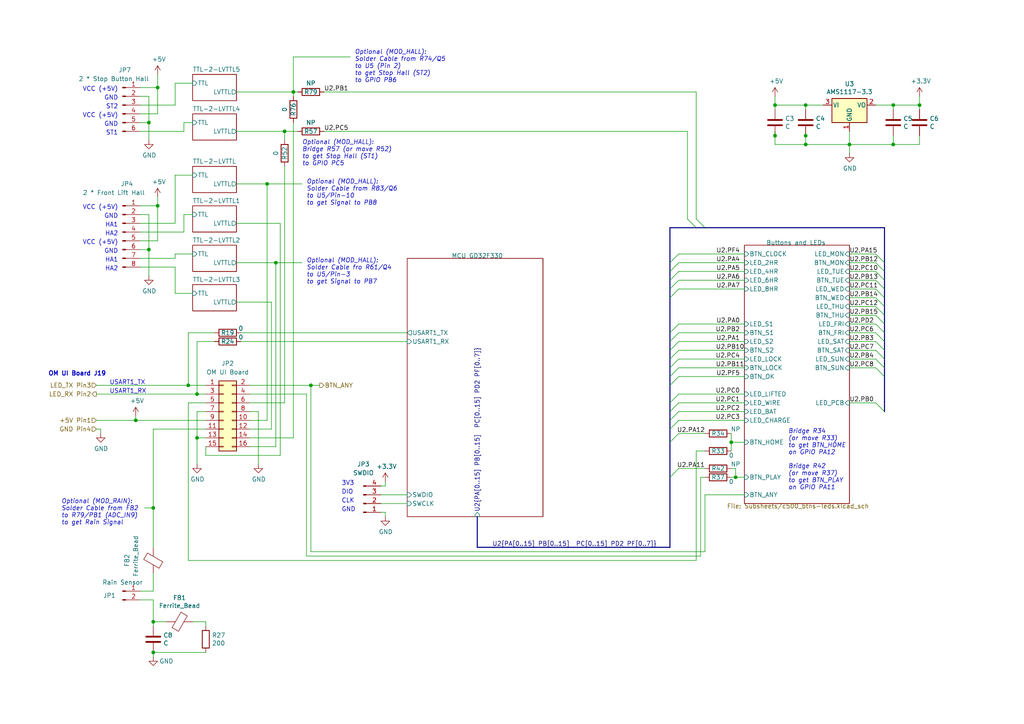
<source format=kicad_sch>
(kicad_sch (version 20211123) (generator eeschema)
  (paper "A4")
  (title_block (title "YardForce Classic 500B CoverUI") (date "2023-08-12") (rev "0.1") (comment 1 "(c) Apehaenger") (comment 2 "For https://openmower.de") (comment 3 "RM-ECOW-V1.3.1 20210809 with GD32F330R8Tx"))
  (lib_symbols
    (symbol "Connector:Conn_01x02_Male" (pin_names (offset 1.016) hide)
      (property "Reference" "J" (at 0 2.54 0))
      (property "Value" "Conn_01x02_Male" (at 0 -5.08 0))
      (symbol "Conn_01x02_Male_1_1"
        (polyline (pts (xy 1.27 -2.54) (xy 0.8636 -2.54)) (stroke (width 0.1524)))
        (polyline (pts (xy 1.27 0) (xy 0.8636 0)) (stroke (width 0.1524)))
        (rectangle (start 0.8636 -2.413) (end 0 -2.667) (stroke (width 0.1524)) (fill (type outline)))
        (rectangle (start 0.8636 0.127) (end 0 -0.127) (stroke (width 0.1524)) (fill (type outline)))
        (pin passive line (at 5.08 0 180) (length 3.81) (name "Pin_1") (number "1"))
        (pin passive line (at 5.08 -2.54 180) (length 3.81) (name "Pin_2") (number "2"))
      )
    )
    (symbol "Connector:Conn_01x04_Male" (pin_names (offset 1.016) hide)
      (property "Reference" "J" (at 0 5.08 0))
      (property "Value" "Conn_01x04_Male" (at 0 -7.62 0))
      (symbol "Conn_01x04_Male_1_1"
        (polyline (pts (xy 1.27 -5.08) (xy 0.8636 -5.08)) (stroke (width 0.1524)))
        (polyline (pts (xy 1.27 -2.54) (xy 0.8636 -2.54)) (stroke (width 0.1524)))
        (polyline (pts (xy 1.27 0) (xy 0.8636 0)) (stroke (width 0.1524)))
        (polyline (pts (xy 1.27 2.54) (xy 0.8636 2.54)) (stroke (width 0.1524)))
        (rectangle (start 0.8636 -4.953) (end 0 -5.207) (stroke (width 0.1524)) (fill (type outline)))
        (rectangle (start 0.8636 -2.413) (end 0 -2.667) (stroke (width 0.1524)) (fill (type outline)))
        (rectangle (start 0.8636 0.127) (end 0 -0.127) (stroke (width 0.1524)) (fill (type outline)))
        (rectangle (start 0.8636 2.667) (end 0 2.413) (stroke (width 0.1524)) (fill (type outline)))
        (pin passive line (at 5.08 2.54 180) (length 3.81) (name "Pin_1") (number "1"))
        (pin passive line (at 5.08 0 180) (length 3.81) (name "Pin_2") (number "2"))
        (pin passive line (at 5.08 -2.54 180) (length 3.81) (name "Pin_3") (number "3"))
        (pin passive line (at 5.08 -5.08 180) (length 3.81) (name "Pin_4") (number "4"))
      )
    )
    (symbol "Connector:Conn_01x06_Male" (pin_names (offset 1.016) hide)
      (property "Reference" "J" (at 0 7.62 0))
      (property "Value" "Conn_01x06_Male" (at 0 -10.16 0))
      (symbol "Conn_01x06_Male_1_1"
        (polyline (pts (xy 1.27 -7.62) (xy 0.8636 -7.62)) (stroke (width 0.1524)))
        (polyline (pts (xy 1.27 -5.08) (xy 0.8636 -5.08)) (stroke (width 0.1524)))
        (polyline (pts (xy 1.27 -2.54) (xy 0.8636 -2.54)) (stroke (width 0.1524)))
        (polyline (pts (xy 1.27 0) (xy 0.8636 0)) (stroke (width 0.1524)))
        (polyline (pts (xy 1.27 2.54) (xy 0.8636 2.54)) (stroke (width 0.1524)))
        (polyline (pts (xy 1.27 5.08) (xy 0.8636 5.08)) (stroke (width 0.1524)))
        (rectangle (start 0.8636 -7.493) (end 0 -7.747) (stroke (width 0.1524)) (fill (type outline)))
        (rectangle (start 0.8636 -4.953) (end 0 -5.207) (stroke (width 0.1524)) (fill (type outline)))
        (rectangle (start 0.8636 -2.413) (end 0 -2.667) (stroke (width 0.1524)) (fill (type outline)))
        (rectangle (start 0.8636 0.127) (end 0 -0.127) (stroke (width 0.1524)) (fill (type outline)))
        (rectangle (start 0.8636 2.667) (end 0 2.413) (stroke (width 0.1524)) (fill (type outline)))
        (rectangle (start 0.8636 5.207) (end 0 4.953) (stroke (width 0.1524)) (fill (type outline)))
        (pin passive line (at 5.08 5.08 180) (length 3.81) (name "Pin_1") (number "1"))
        (pin passive line (at 5.08 2.54 180) (length 3.81) (name "Pin_2") (number "2"))
        (pin passive line (at 5.08 0 180) (length 3.81) (name "Pin_3") (number "3"))
        (pin passive line (at 5.08 -2.54 180) (length 3.81) (name "Pin_4") (number "4"))
        (pin passive line (at 5.08 -5.08 180) (length 3.81) (name "Pin_5") (number "5"))
        (pin passive line (at 5.08 -7.62 180) (length 3.81) (name "Pin_6") (number "6"))
      )
    )
    (symbol "Connector:Conn_01x08_Male" (pin_names (offset 1.016) hide)
      (property "Reference" "J" (at 0 10.16 0))
      (property "Value" "Conn_01x08_Male" (at 0 -12.7 0))
      (symbol "Conn_01x08_Male_1_1"
        (polyline (pts (xy 1.27 -10.16) (xy 0.8636 -10.16)) (stroke (width 0.1524)))
        (polyline (pts (xy 1.27 -7.62) (xy 0.8636 -7.62)) (stroke (width 0.1524)))
        (polyline (pts (xy 1.27 -5.08) (xy 0.8636 -5.08)) (stroke (width 0.1524)))
        (polyline (pts (xy 1.27 -2.54) (xy 0.8636 -2.54)) (stroke (width 0.1524)))
        (polyline (pts (xy 1.27 0) (xy 0.8636 0)) (stroke (width 0.1524)))
        (polyline (pts (xy 1.27 2.54) (xy 0.8636 2.54)) (stroke (width 0.1524)))
        (polyline (pts (xy 1.27 5.08) (xy 0.8636 5.08)) (stroke (width 0.1524)))
        (polyline (pts (xy 1.27 7.62) (xy 0.8636 7.62)) (stroke (width 0.1524)))
        (rectangle (start 0.8636 -10.033) (end 0 -10.287) (stroke (width 0.1524)) (fill (type outline)))
        (rectangle (start 0.8636 -7.493) (end 0 -7.747) (stroke (width 0.1524)) (fill (type outline)))
        (rectangle (start 0.8636 -4.953) (end 0 -5.207) (stroke (width 0.1524)) (fill (type outline)))
        (rectangle (start 0.8636 -2.413) (end 0 -2.667) (stroke (width 0.1524)) (fill (type outline)))
        (rectangle (start 0.8636 0.127) (end 0 -0.127) (stroke (width 0.1524)) (fill (type outline)))
        (rectangle (start 0.8636 2.667) (end 0 2.413) (stroke (width 0.1524)) (fill (type outline)))
        (rectangle (start 0.8636 5.207) (end 0 4.953) (stroke (width 0.1524)) (fill (type outline)))
        (rectangle (start 0.8636 7.747) (end 0 7.493) (stroke (width 0.1524)) (fill (type outline)))
        (pin passive line (at 5.08 7.62 180) (length 3.81) (name "Pin_1") (number "1"))
        (pin passive line (at 5.08 5.08 180) (length 3.81) (name "Pin_2") (number "2"))
        (pin passive line (at 5.08 2.54 180) (length 3.81) (name "Pin_3") (number "3"))
        (pin passive line (at 5.08 0 180) (length 3.81) (name "Pin_4") (number "4"))
        (pin passive line (at 5.08 -2.54 180) (length 3.81) (name "Pin_5") (number "5"))
        (pin passive line (at 5.08 -5.08 180) (length 3.81) (name "Pin_6") (number "6"))
        (pin passive line (at 5.08 -7.62 180) (length 3.81) (name "Pin_7") (number "7"))
        (pin passive line (at 5.08 -10.16 180) (length 3.81) (name "Pin_8") (number "8"))
      )
    )
    (symbol "Connector_Generic:Conn_02x08_Odd_Even" (pin_names (offset 1.016) hide)
      (property "Reference" "J" (at 1.27 10.16 0))
      (property "Value" "Conn_02x08_Odd_Even" (at 1.27 -12.7 0))
      (symbol "Conn_02x08_Odd_Even_1_1"
        (rectangle (start -1.27 -10.033) (end 0 -10.287) (stroke (width 0.1524)))
        (rectangle (start -1.27 -7.493) (end 0 -7.747) (stroke (width 0.1524)))
        (rectangle (start -1.27 -4.953) (end 0 -5.207) (stroke (width 0.1524)))
        (rectangle (start -1.27 -2.413) (end 0 -2.667) (stroke (width 0.1524)))
        (rectangle (start -1.27 0.127) (end 0 -0.127) (stroke (width 0.1524)))
        (rectangle (start -1.27 2.667) (end 0 2.413) (stroke (width 0.1524)))
        (rectangle (start -1.27 5.207) (end 0 4.953) (stroke (width 0.1524)))
        (rectangle (start -1.27 7.747) (end 0 7.493) (stroke (width 0.1524)))
        (rectangle (start -1.27 8.89) (end 3.81 -11.43) (stroke (width 0.254)) (fill (type background)))
        (rectangle (start 3.81 -10.033) (end 2.54 -10.287) (stroke (width 0.1524)))
        (rectangle (start 3.81 -7.493) (end 2.54 -7.747) (stroke (width 0.1524)))
        (rectangle (start 3.81 -4.953) (end 2.54 -5.207) (stroke (width 0.1524)))
        (rectangle (start 3.81 -2.413) (end 2.54 -2.667) (stroke (width 0.1524)))
        (rectangle (start 3.81 0.127) (end 2.54 -0.127) (stroke (width 0.1524)))
        (rectangle (start 3.81 2.667) (end 2.54 2.413) (stroke (width 0.1524)))
        (rectangle (start 3.81 5.207) (end 2.54 4.953) (stroke (width 0.1524)))
        (rectangle (start 3.81 7.747) (end 2.54 7.493) (stroke (width 0.1524)))
        (pin passive line (at -5.08 7.62 0) (length 3.81) (name "Pin_1") (number "1"))
        (pin passive line (at 7.62 -2.54 180) (length 3.81) (name "Pin_10") (number "10"))
        (pin passive line (at -5.08 -5.08 0) (length 3.81) (name "Pin_11") (number "11"))
        (pin passive line (at 7.62 -5.08 180) (length 3.81) (name "Pin_12") (number "12"))
        (pin passive line (at -5.08 -7.62 0) (length 3.81) (name "Pin_13") (number "13"))
        (pin passive line (at 7.62 -7.62 180) (length 3.81) (name "Pin_14") (number "14"))
        (pin passive line (at -5.08 -10.16 0) (length 3.81) (name "Pin_15") (number "15"))
        (pin passive line (at 7.62 -10.16 180) (length 3.81) (name "Pin_16") (number "16"))
        (pin passive line (at 7.62 7.62 180) (length 3.81) (name "Pin_2") (number "2"))
        (pin passive line (at -5.08 5.08 0) (length 3.81) (name "Pin_3") (number "3"))
        (pin passive line (at 7.62 5.08 180) (length 3.81) (name "Pin_4") (number "4"))
        (pin passive line (at -5.08 2.54 0) (length 3.81) (name "Pin_5") (number "5"))
        (pin passive line (at 7.62 2.54 180) (length 3.81) (name "Pin_6") (number "6"))
        (pin passive line (at -5.08 0 0) (length 3.81) (name "Pin_7") (number "7"))
        (pin passive line (at 7.62 0 180) (length 3.81) (name "Pin_8") (number "8"))
        (pin passive line (at -5.08 -2.54 0) (length 3.81) (name "Pin_9") (number "9"))
      )
    )
    (symbol "Device:C" (pin_numbers hide) (pin_names (offset 0.254))
      (property "Reference" "C" (at 0.635 2.54 0))
      (property "Value" "C" (at 0.635 -2.54 0))
      (symbol "C_0_1"
        (polyline (pts (xy -2.032 -0.762) (xy 2.032 -0.762)) (stroke (width 0.508)))
        (polyline (pts (xy -2.032 0.762) (xy 2.032 0.762)) (stroke (width 0.508)))
      )
      (symbol "C_1_1"
        (pin passive line (at 0 3.81 270) (length 2.794) (name "~") (number "1"))
        (pin passive line (at 0 -3.81 90) (length 2.794) (name "~") (number "2"))
      )
    )
    (symbol "Device:Ferrite_Bead" (pin_numbers hide) (pin_names (offset 0))
      (property "Reference" "FB" (at -3.81 0.635 90))
      (property "Value" "Device_Ferrite_Bead" (at 3.81 0 90))
      (symbol "Ferrite_Bead_0_1"
        (polyline (pts (xy 0 -1.27) (xy 0 -1.2192)))
        (polyline (pts (xy 0 1.27) (xy 0 1.2954)))
        (polyline (pts (xy -2.7686 0.4064) (xy -1.7018 2.2606) (xy 2.7686 -0.3048) (xy 1.6764 -2.159) (xy -2.7686 0.4064)))
      )
      (symbol "Ferrite_Bead_1_1"
        (pin passive line (at 0 3.81 270) (length 2.54) (name "~") (number "1"))
        (pin passive line (at 0 -3.81 90) (length 2.54) (name "~") (number "2"))
      )
    )
    (symbol "Device:R" (pin_numbers hide) (pin_names (offset 0))
      (property "Reference" "R" (at 2.032 0 90))
      (property "Value" "R" (at 0 0 90))
      (symbol "R_0_1"
        (rectangle (start -1.016 -2.54) (end 1.016 2.54) (stroke (width 0.254)))
      )
      (symbol "R_1_1"
        (pin passive line (at 0 3.81 270) (length 1.27) (name "~") (number "1"))
        (pin passive line (at 0 -3.81 90) (length 1.27) (name "~") (number "2"))
      )
    )
    (symbol "Regulator_Linear:AMS1117-3.3" (pin_names (offset 0.254))
      (property "Reference" "U" (at -3.81 3.175 0))
      (property "Value" "AMS1117-3.3" (at 0 3.175 0))
      (symbol "AMS1117-3.3_0_1"
        (rectangle (start -5.08 -5.08) (end 5.08 1.905) (stroke (width 0.254)) (fill (type background)))
      )
      (symbol "AMS1117-3.3_1_1"
        (pin power_in line (at 0 -7.62 90) (length 2.54) (name "GND") (number "1"))
        (pin power_out line (at 7.62 0 180) (length 2.54) (name "VO") (number "2"))
        (pin power_in line (at -7.62 0 0) (length 2.54) (name "VI") (number "3"))
      )
    )
    (symbol "power:+3.3V" (power) (pin_names (offset 0))
      (property "Value" "+3.3V" (at 0 3.556 0))
      (symbol "+3.3V_0_1"
        (polyline (pts (xy -0.762 1.27) (xy 0 2.54)))
        (polyline (pts (xy 0 0) (xy 0 2.54)))
        (polyline (pts (xy 0 2.54) (xy 0.762 1.27)))
      )
      (symbol "+3.3V_1_1"
        (pin power_in line (at 0 0 90) (length 0) hide (name "+3.3V") (number "1"))
      )
    )
    (symbol "power:+5V" (power) (pin_names (offset 0))
      (property "Value" "+5V" (at 0 3.556 0))
      (symbol "+5V_0_1"
        (polyline (pts (xy -0.762 1.27) (xy 0 2.54)))
        (polyline (pts (xy 0 0) (xy 0 2.54)))
        (polyline (pts (xy 0 2.54) (xy 0.762 1.27)))
      )
      (symbol "+5V_1_1"
        (pin power_in line (at 0 0 90) (length 0) hide (name "+5V") (number "1"))
      )
    )
    (symbol "power:GND" (power) (pin_names (offset 0))
      (property "Value" "GND" (at 0 -3.81 0))
      (symbol "GND_0_1"
        (polyline (pts (xy 0 0) (xy 0 -1.27) (xy 1.27 -1.27) (xy 0 -2.54) (xy -1.27 -1.27) (xy 0 -1.27)))
      )
      (symbol "GND_1_1"
        (pin power_in line (at 0 0 270) (length 0) hide (name "GND") (number "1"))
      )
    )
  )
  (junction (at 224.79 39.37))
  (junction (at 45.72 25.4))
  (junction (at 57.15 114.3))
  (junction (at 57.15 127))
  (junction (at 77.47 53.34))
  (junction (at 80.01 76.2))
  (junction (at 246.38 41.91))
  (junction (at 233.68 41.91))
  (junction (at 85.09 26.67))
  (junction (at 39.37 121.92))
  (junction (at 82.55 38.1))
  (junction (at 259.08 41.91))
  (junction (at 259.08 30.48))
  (junction (at 233.68 30.48))
  (junction (at 90.17 111.76))
  (junction (at 44.45 189.23))
  (junction (at 54.61 111.76))
  (junction (at 266.7 30.48))
  (junction (at 212.09 128.27))
  (junction (at 43.18 35.56))
  (junction (at 45.72 59.69))
  (junction (at 233.68 39.37))
  (junction (at 44.45 147.32))
  (junction (at 213.36 138.43))
  (junction (at 43.18 72.39))
  (junction (at 224.79 30.48))
  (junction (at 44.45 180.34))
  (bus_entry (at 194.31 106.68) (size 2.54 -2.54))
  (bus_entry (at 194.31 109.22) (size 2.54 -2.54))
  (bus_entry (at 194.31 116.84) (size 2.54 -2.54))
  (bus_entry (at 194.31 83.82) (size 2.54 -2.54))
  (bus_entry (at 256.54 99.06) (size -2.54 -2.54))
  (bus_entry (at 194.31 99.06) (size 2.54 -2.54))
  (bus_entry (at 194.31 76.2) (size 2.54 -2.54))
  (bus_entry (at 256.54 119.38) (size -2.54 -2.54))
  (bus_entry (at 256.54 83.82) (size -2.54 -2.54))
  (bus_entry (at 256.54 96.52) (size -2.54 -2.54))
  (bus_entry (at 194.31 121.92) (size 2.54 -2.54))
  (bus_entry (at 256.54 88.9) (size -2.54 -2.54))
  (bus_entry (at 194.31 128.27) (size 2.54 -2.54))
  (bus_entry (at 194.31 111.76) (size 2.54 -2.54))
  (bus_entry (at 194.31 101.6) (size 2.54 -2.54))
  (bus_entry (at 256.54 78.74) (size -2.54 -2.54))
  (bus_entry (at 199.39 63.5) (size 2.54 2.54))
  (bus_entry (at 194.31 96.52) (size 2.54 -2.54))
  (bus_entry (at 194.31 104.14) (size 2.54 -2.54))
  (bus_entry (at 256.54 106.68) (size -2.54 -2.54))
  (bus_entry (at 256.54 101.6) (size -2.54 -2.54))
  (bus_entry (at 194.31 78.74) (size 2.54 -2.54))
  (bus_entry (at 204.47 66.04) (size -2.54 -2.54))
  (bus_entry (at 256.54 93.98) (size -2.54 -2.54))
  (bus_entry (at 256.54 86.36) (size -2.54 -2.54))
  (bus_entry (at 194.31 86.36) (size 2.54 -2.54))
  (bus_entry (at 256.54 81.28) (size -2.54 -2.54))
  (bus_entry (at 194.31 138.43) (size 2.54 -2.54))
  (bus_entry (at 194.31 119.38) (size 2.54 -2.54))
  (bus_entry (at 256.54 76.2) (size -2.54 -2.54))
  (bus_entry (at 256.54 109.22) (size -2.54 -2.54))
  (bus_entry (at 256.54 104.14) (size -2.54 -2.54))
  (bus_entry (at 194.31 81.28) (size 2.54 -2.54))
  (bus_entry (at 194.31 124.46) (size 2.54 -2.54))
  (bus_entry (at 256.54 91.44) (size -2.54 -2.54))
  (bus (pts (xy 194.31 81.28) (xy 194.31 78.74)))
  (wire (pts (xy 266.7 30.48) (xy 266.7 31.75)))
  (wire (pts (xy 90.17 111.76) (xy 90.17 160.02)))
  (bus (pts (xy 194.31 66.04) (xy 201.93 66.04)))
  (wire (pts (xy 57.15 114.3) (xy 59.69 114.3)))
  (wire (pts (xy 224.79 30.48) (xy 224.79 31.75)))
  (bus (pts (xy 194.31 86.36) (xy 194.31 83.82)))
  (wire (pts (xy 68.58 38.1) (xy 82.55 38.1)))
  (wire (pts (xy 196.85 96.52) (xy 215.9 96.52)))
  (wire (pts (xy 69.85 96.52) (xy 118.11 96.52)))
  (wire (pts (xy 196.85 83.82) (xy 215.9 83.82)))
  (wire (pts (xy 201.93 162.56) (xy 201.93 130.81)))
  (wire (pts (xy 44.45 147.32) (xy 44.45 158.75)))
  (wire (pts (xy 246.38 96.52) (xy 254 96.52)))
  (wire (pts (xy 212.09 128.27) (xy 212.09 130.81)))
  (wire (pts (xy 213.36 138.43) (xy 215.9 138.43)))
  (wire (pts (xy 246.38 91.44) (xy 254 91.44)))
  (wire (pts (xy 41.91 147.32) (xy 44.45 147.32)))
  (wire (pts (xy 233.68 39.37) (xy 233.68 41.91)))
  (wire (pts (xy 40.64 59.69) (xy 45.72 59.69)))
  (wire (pts (xy 40.64 173.99) (xy 44.45 173.99)))
  (wire (pts (xy 68.58 76.2) (xy 80.01 76.2)))
  (wire (pts (xy 93.98 38.1) (xy 199.39 38.1)))
  (wire (pts (xy 82.55 38.1) (xy 82.55 40.64)))
  (wire (pts (xy 233.68 30.48) (xy 238.76 30.48)))
  (wire (pts (xy 86.36 38.1) (xy 82.55 38.1)))
  (bus (pts (xy 256.54 106.68) (xy 256.54 109.22)))
  (wire (pts (xy 50.8 24.13) (xy 55.88 24.13)))
  (wire (pts (xy 72.39 114.3) (xy 88.9 114.3)))
  (wire (pts (xy 85.09 35.56) (xy 85.09 127)))
  (wire (pts (xy 110.49 148.59) (xy 111.76 148.59)))
  (wire (pts (xy 259.08 30.48) (xy 266.7 30.48)))
  (wire (pts (xy 85.09 26.67) (xy 85.09 27.94)))
  (wire (pts (xy 246.38 88.9) (xy 254 88.9)))
  (wire (pts (xy 68.58 53.34) (xy 77.47 53.34)))
  (wire (pts (xy 246.38 38.1) (xy 246.38 41.91)))
  (wire (pts (xy 203.2 138.43) (xy 203.2 161.29)))
  (wire (pts (xy 85.09 16.51) (xy 101.6 16.51)))
  (wire (pts (xy 50.8 50.8) (xy 55.88 50.8)))
  (wire (pts (xy 201.93 63.5) (xy 201.93 26.67)))
  (wire (pts (xy 40.64 30.48) (xy 50.8 30.48)))
  (wire (pts (xy 27.94 114.3) (xy 57.15 114.3)))
  (wire (pts (xy 110.49 146.05) (xy 118.11 146.05)))
  (bus (pts (xy 194.31 106.68) (xy 194.31 109.22)))
  (wire (pts (xy 201.93 26.67) (xy 93.98 26.67)))
  (wire (pts (xy 68.58 64.77) (xy 81.28 64.77)))
  (bus (pts (xy 256.54 81.28) (xy 256.54 83.82)))
  (wire (pts (xy 246.38 93.98) (xy 254 93.98)))
  (wire (pts (xy 27.94 111.76) (xy 54.61 111.76)))
  (wire (pts (xy 39.37 121.92) (xy 59.69 121.92)))
  (bus (pts (xy 194.31 121.92) (xy 194.31 124.46)))
  (wire (pts (xy 203.2 138.43) (xy 204.47 138.43)))
  (wire (pts (xy 246.38 106.68) (xy 254 106.68)))
  (wire (pts (xy 50.8 85.09) (xy 55.88 85.09)))
  (wire (pts (xy 50.8 74.93) (xy 50.8 73.66)))
  (wire (pts (xy 45.72 59.69) (xy 45.72 69.85)))
  (wire (pts (xy 224.79 39.37) (xy 224.79 41.91)))
  (wire (pts (xy 196.85 125.73) (xy 204.47 125.73)))
  (wire (pts (xy 29.21 124.46) (xy 29.21 125.73)))
  (wire (pts (xy 50.8 64.77) (xy 50.8 50.8)))
  (wire (pts (xy 266.7 41.91) (xy 266.7 39.37)))
  (bus (pts (xy 194.31 111.76) (xy 194.31 116.84)))
  (wire (pts (xy 212.09 138.43) (xy 213.36 138.43)))
  (wire (pts (xy 233.68 41.91) (xy 246.38 41.91)))
  (bus (pts (xy 194.31 119.38) (xy 194.31 121.92)))
  (wire (pts (xy 90.17 111.76) (xy 92.71 111.76)))
  (wire (pts (xy 43.18 72.39) (xy 40.64 72.39)))
  (wire (pts (xy 68.58 87.63) (xy 78.74 87.63)))
  (wire (pts (xy 54.61 96.52) (xy 54.61 111.76)))
  (bus (pts (xy 256.54 96.52) (xy 256.54 99.06)))
  (bus (pts (xy 256.54 76.2) (xy 256.54 78.74)))
  (wire (pts (xy 74.93 119.38) (xy 74.93 134.62)))
  (wire (pts (xy 77.47 53.34) (xy 77.47 121.92)))
  (wire (pts (xy 59.69 189.23) (xy 44.45 189.23)))
  (wire (pts (xy 110.49 143.51) (xy 118.11 143.51)))
  (wire (pts (xy 196.85 99.06) (xy 215.9 99.06)))
  (wire (pts (xy 196.85 135.89) (xy 204.47 135.89)))
  (bus (pts (xy 194.31 99.06) (xy 194.31 101.6)))
  (bus (pts (xy 256.54 93.98) (xy 256.54 96.52)))
  (wire (pts (xy 44.45 124.46) (xy 59.69 124.46)))
  (wire (pts (xy 224.79 30.48) (xy 233.68 30.48)))
  (wire (pts (xy 196.85 81.28) (xy 215.9 81.28)))
  (wire (pts (xy 196.85 106.68) (xy 215.9 106.68)))
  (wire (pts (xy 44.45 124.46) (xy 44.45 147.32)))
  (wire (pts (xy 110.49 140.97) (xy 111.76 140.97)))
  (wire (pts (xy 196.85 104.14) (xy 215.9 104.14)))
  (wire (pts (xy 246.38 41.91) (xy 259.08 41.91)))
  (wire (pts (xy 43.18 27.94) (xy 43.18 35.56)))
  (wire (pts (xy 246.38 73.66) (xy 254 73.66)))
  (wire (pts (xy 59.69 116.84) (xy 54.61 116.84)))
  (bus (pts (xy 201.93 66.04) (xy 204.47 66.04)))
  (wire (pts (xy 85.09 26.67) (xy 68.58 26.67)))
  (wire (pts (xy 40.64 25.4) (xy 45.72 25.4)))
  (wire (pts (xy 72.39 111.76) (xy 90.17 111.76)))
  (wire (pts (xy 201.93 162.56) (xy 54.61 162.56)))
  (wire (pts (xy 254 30.48) (xy 259.08 30.48)))
  (wire (pts (xy 246.38 83.82) (xy 254 83.82)))
  (wire (pts (xy 62.23 96.52) (xy 54.61 96.52)))
  (wire (pts (xy 259.08 41.91) (xy 266.7 41.91)))
  (bus (pts (xy 194.31 138.43) (xy 194.31 158.75)))
  (wire (pts (xy 82.55 116.84) (xy 72.39 116.84)))
  (wire (pts (xy 40.64 74.93) (xy 50.8 74.93)))
  (bus (pts (xy 256.54 109.22) (xy 256.54 119.38)))
  (wire (pts (xy 72.39 119.38) (xy 74.93 119.38)))
  (wire (pts (xy 90.17 160.02) (xy 204.47 160.02)))
  (bus (pts (xy 194.31 109.22) (xy 194.31 111.76)))
  (wire (pts (xy 59.69 180.34) (xy 55.88 180.34)))
  (wire (pts (xy 59.69 119.38) (xy 57.15 119.38)))
  (wire (pts (xy 233.68 38.1) (xy 233.68 39.37)))
  (wire (pts (xy 196.85 101.6) (xy 215.9 101.6)))
  (wire (pts (xy 80.01 76.2) (xy 87.63 76.2)))
  (wire (pts (xy 85.09 26.67) (xy 85.09 16.51)))
  (wire (pts (xy 246.38 86.36) (xy 254 86.36)))
  (wire (pts (xy 50.8 77.47) (xy 50.8 85.09)))
  (bus (pts (xy 194.31 86.36) (xy 194.31 96.52)))
  (wire (pts (xy 50.8 73.66) (xy 55.88 73.66)))
  (bus (pts (xy 194.31 128.27) (xy 194.31 138.43)))
  (wire (pts (xy 246.38 78.74) (xy 254 78.74)))
  (wire (pts (xy 39.37 120.65) (xy 39.37 121.92)))
  (wire (pts (xy 69.85 99.06) (xy 118.11 99.06)))
  (bus (pts (xy 194.31 124.46) (xy 194.31 128.27)))
  (bus (pts (xy 256.54 83.82) (xy 256.54 86.36)))
  (wire (pts (xy 57.15 127) (xy 59.69 127)))
  (wire (pts (xy 213.36 135.89) (xy 213.36 138.43)))
  (wire (pts (xy 204.47 143.51) (xy 215.9 143.51)))
  (wire (pts (xy 44.45 173.99) (xy 44.45 180.34)))
  (wire (pts (xy 77.47 121.92) (xy 72.39 121.92)))
  (wire (pts (xy 45.72 25.4) (xy 45.72 33.02)))
  (wire (pts (xy 224.79 30.48) (xy 224.79 27.94)))
  (bus (pts (xy 194.31 101.6) (xy 194.31 104.14)))
  (wire (pts (xy 246.38 101.6) (xy 254 101.6)))
  (wire (pts (xy 53.34 67.31) (xy 53.34 62.23)))
  (wire (pts (xy 199.39 63.5) (xy 199.39 38.1)))
  (wire (pts (xy 80.01 76.2) (xy 80.01 129.54)))
  (wire (pts (xy 246.38 76.2) (xy 254 76.2)))
  (wire (pts (xy 43.18 72.39) (xy 43.18 80.01)))
  (wire (pts (xy 246.38 104.14) (xy 254 104.14)))
  (wire (pts (xy 45.72 69.85) (xy 40.64 69.85)))
  (wire (pts (xy 196.85 73.66) (xy 215.9 73.66)))
  (wire (pts (xy 203.2 161.29) (xy 88.9 161.29)))
  (wire (pts (xy 246.38 41.91) (xy 246.38 44.45)))
  (wire (pts (xy 196.85 119.38) (xy 215.9 119.38)))
  (wire (pts (xy 40.64 171.45) (xy 44.45 171.45)))
  (wire (pts (xy 224.79 41.91) (xy 233.68 41.91)))
  (wire (pts (xy 53.34 35.56) (xy 55.88 35.56)))
  (wire (pts (xy 196.85 76.2) (xy 215.9 76.2)))
  (bus (pts (xy 256.54 88.9) (xy 256.54 91.44)))
  (wire (pts (xy 40.64 38.1) (xy 53.34 38.1)))
  (wire (pts (xy 59.69 181.61) (xy 59.69 180.34)))
  (bus (pts (xy 194.31 96.52) (xy 194.31 99.06)))
  (wire (pts (xy 213.36 135.89) (xy 212.09 135.89)))
  (wire (pts (xy 45.72 57.15) (xy 45.72 59.69)))
  (wire (pts (xy 40.64 62.23) (xy 43.18 62.23)))
  (wire (pts (xy 53.34 38.1) (xy 53.34 35.56)))
  (wire (pts (xy 59.69 132.08) (xy 59.69 129.54)))
  (wire (pts (xy 27.94 124.46) (xy 29.21 124.46)))
  (wire (pts (xy 44.45 189.23) (xy 44.45 190.5)))
  (wire (pts (xy 54.61 116.84) (xy 54.61 162.56)))
  (wire (pts (xy 44.45 181.61) (xy 44.45 180.34)))
  (wire (pts (xy 43.18 62.23) (xy 43.18 72.39)))
  (wire (pts (xy 77.47 53.34) (xy 87.63 53.34)))
  (bus (pts (xy 204.47 66.04) (xy 256.54 66.04)))
  (bus (pts (xy 138.43 158.75) (xy 138.43 149.86)))
  (bus (pts (xy 194.31 78.74) (xy 194.31 76.2)))
  (wire (pts (xy 246.38 116.84) (xy 254 116.84)))
  (wire (pts (xy 196.85 93.98) (xy 215.9 93.98)))
  (wire (pts (xy 85.09 26.67) (xy 86.36 26.67)))
  (wire (pts (xy 40.64 64.77) (xy 50.8 64.77)))
  (wire (pts (xy 80.01 129.54) (xy 72.39 129.54)))
  (wire (pts (xy 196.85 114.3) (xy 215.9 114.3)))
  (bus (pts (xy 194.31 76.2) (xy 194.31 66.04)))
  (wire (pts (xy 196.85 109.22) (xy 215.9 109.22)))
  (wire (pts (xy 44.45 166.37) (xy 44.45 171.45)))
  (bus (pts (xy 256.54 91.44) (xy 256.54 93.98)))
  (wire (pts (xy 40.64 77.47) (xy 50.8 77.47)))
  (wire (pts (xy 196.85 116.84) (xy 215.9 116.84)))
  (wire (pts (xy 57.15 99.06) (xy 57.15 114.3)))
  (bus (pts (xy 194.31 116.84) (xy 194.31 119.38)))
  (bus (pts (xy 256.54 104.14) (xy 256.54 106.68)))
  (bus (pts (xy 256.54 86.36) (xy 256.54 88.9)))
  (bus (pts (xy 194.31 104.14) (xy 194.31 106.68)))
  (bus (pts (xy 256.54 101.6) (xy 256.54 104.14)))
  (wire (pts (xy 50.8 30.48) (xy 50.8 24.13)))
  (wire (pts (xy 57.15 119.38) (xy 57.15 127)))
  (wire (pts (xy 45.72 33.02) (xy 40.64 33.02)))
  (bus (pts (xy 194.31 83.82) (xy 194.31 81.28)))
  (wire (pts (xy 88.9 114.3) (xy 88.9 161.29)))
  (wire (pts (xy 45.72 21.59) (xy 45.72 25.4)))
  (wire (pts (xy 40.64 35.56) (xy 43.18 35.56)))
  (wire (pts (xy 246.38 81.28) (xy 254 81.28)))
  (wire (pts (xy 44.45 180.34) (xy 48.26 180.34)))
  (wire (pts (xy 78.74 87.63) (xy 78.74 124.46)))
  (wire (pts (xy 233.68 31.75) (xy 233.68 30.48)))
  (wire (pts (xy 85.09 127) (xy 72.39 127)))
  (wire (pts (xy 111.76 140.97) (xy 111.76 139.7)))
  (wire (pts (xy 62.23 99.06) (xy 57.15 99.06)))
  (bus (pts (xy 256.54 66.04) (xy 256.54 76.2)))
  (wire (pts (xy 212.09 125.73) (xy 212.09 128.27)))
  (wire (pts (xy 78.74 124.46) (xy 72.39 124.46)))
  (bus (pts (xy 138.43 158.75) (xy 194.31 158.75)))
  (wire (pts (xy 196.85 121.92) (xy 215.9 121.92)))
  (wire (pts (xy 212.09 128.27) (xy 215.9 128.27)))
  (wire (pts (xy 246.38 99.06) (xy 254 99.06)))
  (wire (pts (xy 201.93 130.81) (xy 204.47 130.81)))
  (wire (pts (xy 40.64 67.31) (xy 53.34 67.31)))
  (bus (pts (xy 256.54 78.74) (xy 256.54 81.28)))
  (bus (pts (xy 256.54 99.06) (xy 256.54 101.6)))
  (wire (pts (xy 259.08 30.48) (xy 259.08 31.75)))
  (wire (pts (xy 224.79 38.1) (xy 224.79 39.37)))
  (wire (pts (xy 266.7 30.48) (xy 266.7 27.94)))
  (wire (pts (xy 54.61 111.76) (xy 59.69 111.76)))
  (wire (pts (xy 43.18 35.56) (xy 43.18 40.64)))
  (wire (pts (xy 111.76 148.59) (xy 111.76 149.86)))
  (wire (pts (xy 81.28 132.08) (xy 59.69 132.08)))
  (wire (pts (xy 82.55 48.26) (xy 82.55 116.84)))
  (wire (pts (xy 40.64 27.94) (xy 43.18 27.94)))
  (wire (pts (xy 27.94 121.92) (xy 39.37 121.92)))
  (wire (pts (xy 53.34 62.23) (xy 55.88 62.23)))
  (wire (pts (xy 57.15 127) (xy 57.15 134.62)))
  (wire (pts (xy 196.85 78.74) (xy 215.9 78.74)))
  (wire (pts (xy 81.28 64.77) (xy 81.28 132.08)))
  (wire (pts (xy 259.08 39.37) (xy 259.08 41.91)))
  (wire (pts (xy 204.47 160.02) (xy 204.47 143.51)))
  (text "DIO" (at 99.06 143.51 0) (effects (font (size 1.27 1.27)) (justify left bottom)))
  (text "USART1_TX" (at 31.75 111.76 0) (effects (font (size 1.27 1.27)) (justify left bottom)))
  (text "HA2" (at 34.29 68.58 180) (effects (font (size 1.27 1.27)) (justify right bottom)))
  (text "3V3" (at 99.06 140.97 0) (effects (font (size 1.27 1.27)) (justify left bottom)))
  (text "OM UI Board J19" (at 13.97 109.22 0) (effects (font (size 1.27 1.27) (thickness 0.254) bold) (justify left bottom)))
  (text "CLK" (at 99.06 146.05 0) (effects (font (size 1.27 1.27)) (justify left bottom)))
  (text "VCC (+5V)" (at 34.29 71.12 180) (effects (font (size 1.27 1.27)) (justify right bottom)))
  (text "Optional (MOD_RAIN):\nSolder Cable from FB2\nto R79/PB1 (ADC_IN9)\nto get Rain Signal" (at 17.78 152.4 0) (effects (font (size 1.27 1.27) italic) (justify left bottom)))
  (text "HA1" (at 34.29 66.04 180) (effects (font (size 1.27 1.27)) (justify right bottom)))
  (text "GND" (at 34.29 36.83 180) (effects (font (size 1.27 1.27)) (justify right bottom)))
  (text "VCC (+5V)" (at 34.29 26.67 180) (effects (font (size 1.27 1.27)) (justify right bottom)))
  (text "Bridge R42\n(or move R37)\nto get BTN_PLAY\non GPIO PA11" (at 228.6 142.24 0) (effects (font (size 1.27 1.27) italic) (justify left bottom)))
  (text "GND" (at 34.29 63.5 180) (effects (font (size 1.27 1.27)) (justify right bottom)))
  (text "HA1" (at 34.29 76.2 180) (effects (font (size 1.27 1.27)) (justify right bottom)))
  (text "GND" (at 34.29 73.66 180) (effects (font (size 1.27 1.27)) (justify right bottom)))
  (text "ST1" (at 34.29 39.37 180) (effects (font (size 1.27 1.27)) (justify right bottom)))
  (text "GND" (at 99.06 148.59 0) (effects (font (size 1.27 1.27)) (justify left bottom)))
  (text "VCC (+5V)" (at 34.29 60.96 180) (effects (font (size 1.27 1.27)) (justify right bottom)))
  (text "VCC (+5V)" (at 34.29 34.29 180) (effects (font (size 1.27 1.27)) (justify right bottom)))
  (text "ST2" (at 34.29 31.75 180) (effects (font (size 1.27 1.27)) (justify right bottom)))
  (text "Bridge R34\n(or move R33)\nto get BTN_HOME\non GPIO PA12" (at 228.6 132.08 0) (effects (font (size 1.27 1.27) italic) (justify left bottom)))
  (text "Optional (MOD_HALL):\nSolder Cable from R74/Q5\nto U5 (Pin 2)\nto get Stop Hall (ST2)\nto GPIO PB6" (at 102.87 24.13 0) (effects (font (size 1.27 1.27) italic) (justify left bottom)))
  (text "GND" (at 34.29 29.21 180) (effects (font (size 1.27 1.27)) (justify right bottom)))
  (text "HA2" (at 34.29 78.74 180) (effects (font (size 1.27 1.27)) (justify right bottom)))
  (text "Optional (MOD_HALL):\nSolder Cable from R83/Q6\nto U5/Pin-10\nto get Signal to PB8" (at 88.9 59.69 0) (effects (font (size 1.27 1.27) italic) (justify left bottom)))
  (text "USART1_RX" (at 31.75 114.3 0) (effects (font (size 1.27 1.27)) (justify left bottom)))
  (text "Optional (MOD_HALL):\nSolder Cable fro R61/Q4\nto U5/Pin-3\nto get Signal to PB7" (at 88.9 82.55 0) (effects (font (size 1.27 1.27) italic) (justify left bottom)))
  (text "Optional (MOD_HALL):\nBridge R57 (or move R52)\nto get Stop Hall (ST1)\nto GPIO PC5" (at 87.63 48.26 0) (effects (font (size 1.27 1.27) italic) (justify left bottom)))
  (label "U2.PA5" (at 214.63 78.74 180))
  (label "U2.PF4" (at 214.63 73.66 180))
  (label "U2.PB2" (at 214.63 96.52 180))
  (label "U2.PA0" (at 214.63 93.98 180))
  (label "U2.PA7" (at 214.63 83.82 180))
  (label "U2.PA4" (at 214.63 76.2 180))
  (label "U2.PB13" (at 246.38 81.28 0))
  (label "U2.PD2" (at 246.38 93.98 0))
  (label "U2.PC6" (at 246.38 96.52 0))
  (label "U2.PA15" (at 246.38 73.66 0))
  (label "U2.PC5" (at 93.98 38.1 0))
  (label "U2.PC11" (at 246.38 83.82 0))
  (label "U2.PB0" (at 246.38 116.84 0))
  (label "U2.PB10" (at 215.9 101.6 180))
  (label "U2.PA6" (at 214.63 81.28 180))
  (label "U2.PB11" (at 215.9 106.68 180))
  (label "U2{PA[0..15] PB[0..15]  PC[0..15] PD2 PF[0..7]}" (at 190.5 158.75 180))
  (label "U2.PB12" (at 246.38 76.2 0))
  (label "U2.PA1" (at 214.63 99.06 180))
  (label "U2.PB14" (at 246.38 86.36 0))
  (label "U2.PA11" (at 204.47 135.89 180))
  (label "U2.PC1" (at 214.63 116.84 180))
  (label "U2.PB4" (at 246.38 104.14 0))
  (label "U2.PC12" (at 246.38 88.9 0))
  (label "U2.PC0" (at 214.63 114.3 180))
  (label "U2.PC3" (at 214.63 121.92 180))
  (label "U2.PC8" (at 246.38 106.68 0))
  (label "U2.PB1" (at 93.98 26.67 0))
  (label "U2.PB15" (at 246.38 91.44 0))
  (label "U2.PB3" (at 246.38 99.06 0))
  (label "U2.PC7" (at 246.38 101.6 0))
  (label "U2.PF5" (at 214.63 109.22 180))
  (label "U2.PA12" (at 204.47 125.73 180))
  (label "U2.PC4" (at 214.63 104.14 180))
  (label "U2.PC2" (at 214.63 119.38 180))
  (label "U2.PC10" (at 246.38 78.74 0))
  (hierarchical_label "GND Pin4" (shape input) (at 27.94 124.46 180))
  (hierarchical_label "LED_TX Pin3" (shape input) (at 27.94 111.76 180))
  (hierarchical_label "BTN_ANY" (shape output) (at 92.71 111.76 0))
  (hierarchical_label "LED_RX Pin2" (shape output) (at 27.94 114.3 180))
  (hierarchical_label "+5V Pin1" (shape input) (at 27.94 121.92 180))
  (symbol (lib_id "Device:R") (at 85.09 31.75 180) (unit 1) (in_bom no) (on_board no)
    (property "Reference" "R76" (at 85.09 31.75 90))
    (property "Value" "0" (at 82.55 31.75 90))
  )
  (symbol (lib_id "Connector:Conn_01x04_Male") (at 105.41 146.05 0) (mirror x) (unit 1)
    (property "Reference" "JP3" (at 105.41 134.62 0))
    (property "Value" "SWDIO" (at 105.41 137.16 0))
  )
  (symbol (lib_id "Device:Ferrite_Bead") (at 44.45 162.56 180) (unit 1)
    (property "Reference" "FB2" (at 36.83 162.56 90))
    (property "Value" "Ferrite_Bead" (at 39.37 161.29 90))
  )
  (symbol (lib_id "power:+5V") (at 39.37 120.65 0) (unit 1)
    (property "Reference" "#PWR?" (effects hide))
    (property "Value" "+5V" (at 39.751 116.2558 0))
  )
  (symbol (lib_id "Device:C") (at 266.7 35.56 0) (unit 1)
    (property "Reference" "C6" (at 269.621 34.3916 0) (effects (justify left)))
    (property "Value" "C" (at 269.621 36.703 0) (effects (justify left)))
  )
  (symbol (lib_id "Device:C") (at 233.68 35.56 0) (unit 1)
    (property "Reference" "C4" (at 236.601 34.3916 0) (effects (justify left)))
    (property "Value" "C" (at 236.601 36.703 0) (effects (justify left)))
  )
  (symbol (lib_id "power:GND") (at 43.18 40.64 0) (unit 1)
    (property "Reference" "#PWR?" (effects hide))
    (property "Value" "GND" (at 43.307 45.0342 0))
  )
  (symbol (lib_id "Connector_Generic:Conn_02x08_Odd_Even") (at 64.77 119.38 0) (unit 1)
    (property "Reference" "JP2" (at 66.04 105.41 0))
    (property "Value" "OM UI Board" (at 66.04 107.95 0))
  )
  (symbol (lib_id "Device:R") (at 59.69 185.42 0) (unit 1)
    (property "Reference" "R27" (at 61.468 184.2516 0) (effects (justify left)))
    (property "Value" "200" (at 61.468 186.563 0) (effects (justify left)))
  )
  (symbol (lib_id "Device:R") (at 208.28 130.81 270) (unit 1)
    (property "Reference" "R33" (at 208.28 130.81 90))
    (property "Value" "0" (at 212.09 132.08 90))
  )
  (symbol (lib_id "Regulator_Linear:AMS1117-3.3") (at 246.38 30.48 0) (unit 1)
    (property "Reference" "U3" (at 246.38 24.3332 0))
    (property "Value" "AMS1117-3.3" (at 246.38 26.6446 0))
    (property "Footprint" "Package_TO_SOT_SMD:SOT-223-3_TabPin2" (effects hide))
    (property "Datasheet" "http://www.advanced-monolithic.com/pdf/ds1117.pdf" (effects hide))
  )
  (symbol (lib_id "power:+5V") (at 45.72 21.59 0) (unit 1)
    (property "Reference" "#PWR?" (effects hide))
    (property "Value" "+5V" (at 46.101 17.1958 0))
  )
  (symbol (lib_id "power:GND") (at 43.18 80.01 0) (unit 1)
    (property "Reference" "#PWR?" (effects hide))
    (property "Value" "GND" (at 43.307 84.4042 0))
  )
  (symbol (lib_id "Device:R") (at 66.04 96.52 270) (unit 1)
    (property "Reference" "R19" (at 66.04 96.52 90))
    (property "Value" "0" (at 69.85 95.25 90))
  )
  (symbol (lib_id "Device:R") (at 208.28 138.43 270) (unit 1)
    (property "Reference" "R37" (at 208.28 138.43 90))
    (property "Value" "0" (at 212.09 139.7 90))
  )
  (symbol (lib_id "Device:C") (at 44.45 185.42 0) (unit 1)
    (property "Reference" "C8" (at 47.371 184.2516 0) (effects (justify left)))
    (property "Value" "C" (at 47.371 186.563 0) (effects (justify left)))
  )
  (symbol (lib_id "Device:R") (at 66.04 99.06 270) (unit 1)
    (property "Reference" "R24" (at 66.04 99.06 90))
    (property "Value" "0" (at 69.85 97.79 90))
  )
  (symbol (lib_id "power:+3.3V") (at 111.76 139.7 0) (unit 1)
    (property "Reference" "#PWR?" (effects hide))
    (property "Value" "+3.3V" (at 112.141 135.3058 0))
  )
  (symbol (lib_id "power:+3.3V") (at 266.7 27.94 0) (unit 1)
    (property "Reference" "#PWR?" (effects hide))
    (property "Value" "+3.3V" (at 267.081 23.5458 0))
  )
  (symbol (lib_id "power:GND") (at 74.93 134.62 0) (unit 1)
    (property "Reference" "#PWR?" (effects hide))
    (property "Value" "GND" (at 75.057 139.0142 0))
  )
  (symbol (lib_id "power:+5V") (at 224.79 27.94 0) (unit 1)
    (property "Reference" "#PWR?" (effects hide))
    (property "Value" "+5V" (at 225.171 23.5458 0))
  )
  (symbol (lib_id "Connector:Conn_01x06_Male") (at 35.56 30.48 0) (unit 1)
    (property "Reference" "JP7" (at 36.195 20.32 0))
    (property "Value" "2 * Stop Button Hall" (at 33.02 22.86 0))
  )
  (symbol (lib_id "power:GND") (at 57.15 134.62 0) (unit 1)
    (property "Reference" "#PWR?" (effects hide))
    (property "Value" "GND" (at 57.277 139.0142 0))
  )
  (symbol (lib_id "Device:C") (at 224.79 35.56 0) (unit 1)
    (property "Reference" "C3" (at 227.711 34.3916 0) (effects (justify left)))
    (property "Value" "C" (at 227.711 36.703 0) (effects (justify left)))
  )
  (symbol (lib_id "power:GND") (at 111.76 149.86 0) (unit 1)
    (property "Reference" "#PWR?" (effects hide))
    (property "Value" "GND" (at 111.887 154.2542 0))
  )
  (symbol (lib_id "power:+5V") (at 45.72 57.15 0) (unit 1)
    (property "Reference" "#PWR?" (effects hide))
    (property "Value" "+5V" (at 46.101 52.7558 0))
  )
  (symbol (lib_id "power:GND") (at 29.21 125.73 0) (unit 1)
    (property "Reference" "#PWR?" (effects hide))
    (property "Value" "GND" (at 29.337 130.1242 0))
  )
  (symbol (lib_id "Device:C") (at 259.08 35.56 0) (unit 1)
    (property "Reference" "C5" (at 262.001 34.3916 0) (effects (justify left)))
    (property "Value" "C" (at 262.001 36.703 0) (effects (justify left)))
  )
  (symbol (lib_id "power:GND") (at 246.38 44.45 0) (unit 1)
    (property "Reference" "#PWR?" (effects hide))
    (property "Value" "GND" (at 246.507 48.8442 0))
  )
  (symbol (lib_id "Device:R") (at 90.17 26.67 270) (unit 1) (in_bom no) (on_board no)
    (property "Reference" "R79" (at 90.17 26.67 90))
    (property "Value" "NP" (at 90.17 24.13 90))
  )
  (symbol (lib_id "Device:R") (at 208.28 135.89 90) (unit 1)
    (property "Reference" "R42" (at 208.28 135.89 90))
    (property "Value" "NP" (at 213.36 134.62 90))
  )
  (symbol (lib_id "Device:Ferrite_Bead") (at 52.07 180.34 270) (unit 1)
    (property "Reference" "FB1" (at 52.07 173.3804 90))
    (property "Value" "Ferrite_Bead" (at 52.07 175.6918 90))
  )
  (symbol (lib_id "Device:R") (at 82.55 44.45 180) (unit 1) (in_bom no) (on_board no)
    (property "Reference" "R52" (at 82.55 44.45 90))
    (property "Value" "0" (at 80.01 44.45 90))
  )
  (symbol (lib_id "Device:R") (at 208.28 125.73 90) (unit 1)
    (property "Reference" "R34" (at 208.28 125.73 90))
    (property "Value" "NP" (at 213.36 124.46 90))
  )
  (symbol (lib_id "Connector:Conn_01x08_Male") (at 35.56 67.31 0) (unit 1)
    (property "Reference" "JP4" (at 36.83 53.34 0))
    (property "Value" "2 * Front Lift Hall" (at 33.02 55.88 0))
  )
  (symbol (lib_id "Device:R") (at 90.17 38.1 270) (unit 1) (in_bom no) (on_board no)
    (property "Reference" "R57" (at 90.17 38.1 90))
    (property "Value" "NP" (at 90.17 35.56 90))
  )
  (symbol (lib_id "power:GND") (at 44.45 190.5 0) (unit 1)
    (property "Reference" "#PWR?" (effects hide))
    (property "Value" "GND" (at 48.26 191.77 0))
  )
  (symbol (lib_id "Connector:Conn_01x02_Male") (at 35.56 171.45 0) (unit 1)
    (property "Reference" "JP1" (at 31.75 172.72 0))
    (property "Value" "Rain Sensor" (at 35.56 168.91 0))
  )
  (sheet (at 55.88 59.69) (size 12.7 7.62) (stroke (width 0.1524))
    (property "Sheet name" "TTL-2-LVTTL1" (at 55.88 58.9784 0) (effects (justify left bottom)))
    (property "Sheet file" "Subsheets/ttl-2-lvttl.kicad_sch" (effects hide))
    (pin "TTL" input (at 55.88 62.23 180))
    (pin "LVTTL" output (at 68.58 64.77 0))
  )
  (sheet (at 55.88 21.59) (size 12.7 7.62) (stroke (width 0.1524))
    (property "Sheet name" "TTL-2-LVTTL5" (at 55.88 20.8784 0) (effects (justify left bottom)))
    (property "Sheet file" "Subsheets/ttl-2-lvttl.kicad_sch" (effects hide))
    (pin "TTL" input (at 55.88 24.13 180))
    (pin "LVTTL" output (at 68.58 26.67 0))
  )
  (sheet (at 55.88 48.26) (size 12.7 7.62) (stroke (width 0.1524))
    (property "Sheet name" "TTL-2-LVTTL" (at 55.88 47.5484 0) (effects (justify left bottom)))
    (property "Sheet file" "Subsheets/ttl-2-lvttl.kicad_sch" (effects hide))
    (pin "TTL" input (at 55.88 50.8 180))
    (pin "LVTTL" output (at 68.58 53.34 0))
  )
  (sheet (at 118.11 74.93) (size 39.37 74.93) (stroke (width 0.1524))
    (property "Sheet name" "MCU GD32F330" (at 138.43 74.93 0) (effects (justify bottom)))
    (property "Sheet file" "Subsheets/c500_mcu_gd32f330.kicad_sch" (effects hide))
    (pin "USART1_TX" output (at 118.11 96.52 180))
    (pin "USART1_RX" input (at 118.11 99.06 180))
    (pin "SWDIO" input (at 118.11 143.51 180))
    (pin "SWCLK" input (at 118.11 146.05 180))
    (pin "U2{PA[0..15] PB[0..15]  PC[0..15] PD2 PF[0..7]}" input (at 138.43 149.86 270))
  )
  (sheet (at 55.88 33.02) (size 12.7 7.62) (stroke (width 0.1524))
    (property "Sheet name" "TTL-2-LVTTL4" (at 55.88 32.3084 0) (effects (justify left bottom)))
    (property "Sheet file" "Subsheets/ttl-2-lvttl.kicad_sch" (effects hide))
    (pin "TTL" input (at 55.88 35.56 180))
    (pin "LVTTL" output (at 68.58 38.1 0))
  )
  (sheet (at 55.88 82.55) (size 12.7 7.62) (stroke (width 0.1524))
    (property "Sheet name" "TTL-2-LVTTL3" (at 55.88 81.8384 0) (effects (justify left bottom)))
    (property "Sheet file" "Subsheets/ttl-2-lvttl.kicad_sch" (effects hide))
    (pin "TTL" input (at 55.88 85.09 180))
    (pin "LVTTL" output (at 68.58 87.63 0))
  )
  (sheet (at 215.9 71.12) (size 30.48 74.93) (stroke (width 0.1524))
    (property "Sheet name" "Buttons and LEDs" (at 222.25 71.12 0) (effects (justify left bottom)))
    (property "Sheet file" "Subsheets/c500_btns-leds.kicad_sch" (at 210.82 146.05 0) (effects (justify left top)))
    (pin "LED_TUE" input (at 246.38 78.74 0))
    (pin "LED_WED" input (at 246.38 83.82 0))
    (pin "BTN_WED" input (at 246.38 86.36 0))
    (pin "BTN_PLAY" input (at 215.9 138.43 180))
    (pin "BTN_TUE" input (at 246.38 81.28 0))
    (pin "BTN_MON" input (at 246.38 76.2 0))
    (pin "BTN_THU" input (at 246.38 91.44 0))
    (pin "LED_THU" input (at 246.38 88.9 0))
    (pin "BTN_S1" input (at 215.9 96.52 180))
    (pin "LED_S1" input (at 215.9 93.98 180))
    (pin "LED_4HR" input (at 215.9 78.74 180))
    (pin "LED_2HR" input (at 215.9 76.2 180))
    (pin "BTN_CLOCK" input (at 215.9 73.66 180))
    (pin "LED_MON" input (at 246.38 73.66 0))
    (pin "BTN_HOME" input (at 215.9 128.27 180))
    (pin "BTN_FRI" input (at 246.38 96.52 0))
    (pin "LED_FRI" input (at 246.38 93.98 0))
    (pin "BTN_S2" input (at 215.9 101.6 180))
    (pin "LED_S2" input (at 215.9 99.06 180))
    (pin "LED_6HR" input (at 215.9 81.28 180))
    (pin "BTN_SUN" input (at 246.38 106.68 0))
    (pin "BTN_SAT" input (at 246.38 101.6 0))
    (pin "LED_SAT" input (at 246.38 99.06 0))
    (pin "LED_SUN" input (at 246.38 104.14 0))
    (pin "LED_8HR" input (at 215.9 83.82 180))
    (pin "BTN_OK" input (at 215.9 109.22 180))
    (pin "LED_LOCK" input (at 215.9 104.14 180))
    (pin "BTN_LOCK" input (at 215.9 106.68 180))
    (pin "BTN_ANY" input (at 215.9 143.51 180))
    (pin "LED_PCB" input (at 246.38 116.84 0))
    (pin "LED_CHARGE" input (at 215.9 121.92 180))
    (pin "LED_BAT" input (at 215.9 119.38 180))
    (pin "LED_WIRE" input (at 215.9 116.84 180))
    (pin "LED_LIFTED" input (at 215.9 114.3 180))
  )
  (sheet (at 55.88 71.12) (size 12.7 7.62) (stroke (width 0.1524))
    (property "Sheet name" "TTL-2-LVTTL2" (at 55.88 70.4084 0) (effects (justify left bottom)))
    (property "Sheet file" "Subsheets/ttl-2-lvttl.kicad_sch" (effects hide))
    (pin "TTL" input (at 55.88 73.66 180))
    (pin "LVTTL" output (at 68.58 76.2 0))
  )
)
</source>
